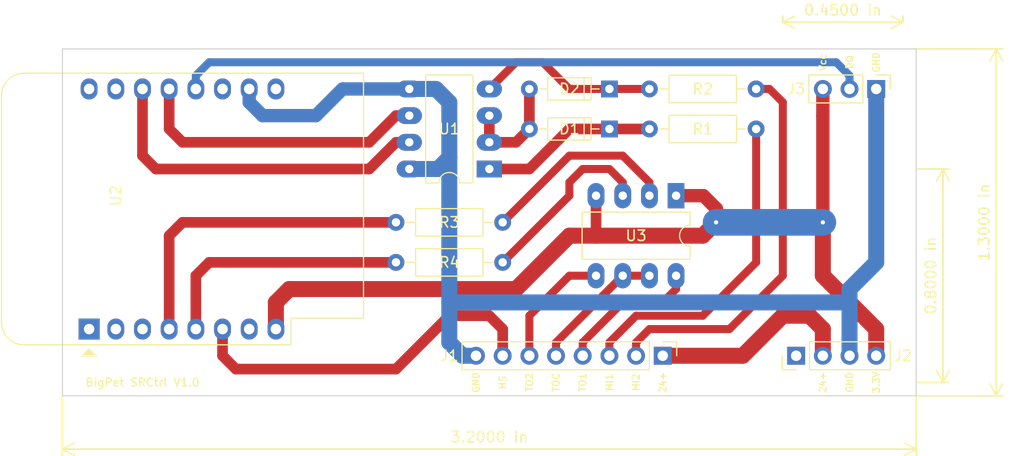
<source format=kicad_pcb>
(kicad_pcb (version 20171130) (host pcbnew "(5.1.0)-1")

  (general
    (thickness 1.6)
    (drawings 23)
    (tracks 117)
    (zones 0)
    (modules 12)
    (nets 20)
  )

  (page A4)
  (layers
    (0 F.Cu signal)
    (31 B.Cu signal)
    (32 B.Adhes user)
    (33 F.Adhes user)
    (34 B.Paste user)
    (35 F.Paste user)
    (36 B.SilkS user)
    (37 F.SilkS user)
    (38 B.Mask user)
    (39 F.Mask user)
    (40 Dwgs.User user)
    (41 Cmts.User user)
    (42 Eco1.User user)
    (43 Eco2.User user)
    (44 Edge.Cuts user)
    (45 Margin user)
    (46 B.CrtYd user)
    (47 F.CrtYd user)
    (48 B.Fab user)
    (49 F.Fab user)
  )

  (setup
    (last_trace_width 0.762)
    (user_trace_width 0.254)
    (user_trace_width 0.508)
    (user_trace_width 0.762)
    (user_trace_width 1.016)
    (user_trace_width 1.27)
    (user_trace_width 1.524)
    (user_trace_width 2.032)
    (user_trace_width 2.54)
    (user_trace_width 3.81)
    (user_trace_width 5.08)
    (trace_clearance 0.25)
    (zone_clearance 0.508)
    (zone_45_only no)
    (trace_min 0.2)
    (via_size 0.8)
    (via_drill 0.4)
    (via_min_size 0.4)
    (via_min_drill 0.3)
    (uvia_size 0.3)
    (uvia_drill 0.1)
    (uvias_allowed no)
    (uvia_min_size 0.2)
    (uvia_min_drill 0.1)
    (edge_width 0.1)
    (segment_width 0.2)
    (pcb_text_width 0.3)
    (pcb_text_size 1.5 1.5)
    (mod_edge_width 0.15)
    (mod_text_size 1 1)
    (mod_text_width 0.15)
    (pad_size 1.524 1.524)
    (pad_drill 0.762)
    (pad_to_mask_clearance 0)
    (aux_axis_origin 0 0)
    (visible_elements 7FFFFFFF)
    (pcbplotparams
      (layerselection 0x010fc_ffffffff)
      (usegerberextensions false)
      (usegerberattributes false)
      (usegerberadvancedattributes false)
      (creategerberjobfile false)
      (excludeedgelayer true)
      (linewidth 0.100000)
      (plotframeref false)
      (viasonmask false)
      (mode 1)
      (useauxorigin false)
      (hpglpennumber 1)
      (hpglpenspeed 20)
      (hpglpendiameter 15.000000)
      (psnegative false)
      (psa4output false)
      (plotreference true)
      (plotvalue true)
      (plotinvisibletext false)
      (padsonsilk false)
      (subtractmaskfromsilk false)
      (outputformat 1)
      (mirror false)
      (drillshape 1)
      (scaleselection 1)
      (outputdirectory ""))
  )

  (net 0 "")
  (net 1 "Net-(D1-Pad2)")
  (net 2 "Net-(D1-Pad1)")
  (net 3 "Net-(D2-Pad1)")
  (net 4 GND)
  (net 5 /HallSensorIn)
  (net 6 /TasterOut2)
  (net 7 /TasterOutCom)
  (net 8 /TasterOut1)
  (net 9 /MotorIn2)
  (net 10 /MotorIn1)
  (net 11 +24V)
  (net 12 VCC)
  (net 13 /DQ)
  (net 14 "Net-(R3-Pad2)")
  (net 15 /Taster1)
  (net 16 /Taster2)
  (net 17 "Net-(R4-Pad2)")
  (net 18 /Motor1)
  (net 19 /Motor2)

  (net_class Default "Dies ist die voreingestellte Netzklasse."
    (clearance 0.25)
    (trace_width 0.25)
    (via_dia 0.8)
    (via_drill 0.4)
    (uvia_dia 0.3)
    (uvia_drill 0.1)
    (add_net +24V)
    (add_net /DQ)
    (add_net /HallSensorIn)
    (add_net /Motor1)
    (add_net /Motor2)
    (add_net /MotorIn1)
    (add_net /MotorIn2)
    (add_net /Taster1)
    (add_net /Taster2)
    (add_net /TasterOut1)
    (add_net /TasterOut2)
    (add_net /TasterOutCom)
    (add_net GND)
    (add_net "Net-(D1-Pad1)")
    (add_net "Net-(D1-Pad2)")
    (add_net "Net-(D2-Pad1)")
    (add_net "Net-(R3-Pad2)")
    (add_net "Net-(R4-Pad2)")
    (add_net VCC)
  )

  (module Housings_DIP:DIP-8_W7.62mm_LongPads (layer F.Cu) (tedit 59C78D6B) (tstamp 5CFED030)
    (at 149.86 39.37 270)
    (descr "8-lead though-hole mounted DIP package, row spacing 7.62 mm (300 mils), LongPads")
    (tags "THT DIP DIL PDIP 2.54mm 7.62mm 300mil LongPads")
    (path /5C9A528C)
    (fp_text reference U3 (at 3.81 3.81) (layer F.SilkS)
      (effects (font (size 1 1) (thickness 0.15)))
    )
    (fp_text value TLP504A (at 3.81 9.95 270) (layer F.Fab)
      (effects (font (size 1 1) (thickness 0.15)))
    )
    (fp_arc (start 3.81 -1.33) (end 2.81 -1.33) (angle -180) (layer F.SilkS) (width 0.12))
    (fp_line (start 1.635 -1.27) (end 6.985 -1.27) (layer F.Fab) (width 0.1))
    (fp_line (start 6.985 -1.27) (end 6.985 8.89) (layer F.Fab) (width 0.1))
    (fp_line (start 6.985 8.89) (end 0.635 8.89) (layer F.Fab) (width 0.1))
    (fp_line (start 0.635 8.89) (end 0.635 -0.27) (layer F.Fab) (width 0.1))
    (fp_line (start 0.635 -0.27) (end 1.635 -1.27) (layer F.Fab) (width 0.1))
    (fp_line (start 2.81 -1.33) (end 1.56 -1.33) (layer F.SilkS) (width 0.12))
    (fp_line (start 1.56 -1.33) (end 1.56 8.95) (layer F.SilkS) (width 0.12))
    (fp_line (start 1.56 8.95) (end 6.06 8.95) (layer F.SilkS) (width 0.12))
    (fp_line (start 6.06 8.95) (end 6.06 -1.33) (layer F.SilkS) (width 0.12))
    (fp_line (start 6.06 -1.33) (end 4.81 -1.33) (layer F.SilkS) (width 0.12))
    (fp_line (start -1.45 -1.55) (end -1.45 9.15) (layer F.CrtYd) (width 0.05))
    (fp_line (start -1.45 9.15) (end 9.1 9.15) (layer F.CrtYd) (width 0.05))
    (fp_line (start 9.1 9.15) (end 9.1 -1.55) (layer F.CrtYd) (width 0.05))
    (fp_line (start 9.1 -1.55) (end -1.45 -1.55) (layer F.CrtYd) (width 0.05))
    (fp_text user %R (at 3.81 6.35 270) (layer F.Fab)
      (effects (font (size 1 1) (thickness 0.15)))
    )
    (pad 1 thru_hole rect (at 0 0 270) (size 2.4 1.6) (drill 0.8) (layers *.Cu *.Mask)
      (net 12 VCC))
    (pad 5 thru_hole oval (at 7.62 7.62 270) (size 2.4 1.6) (drill 0.8) (layers *.Cu *.Mask)
      (net 6 /TasterOut2))
    (pad 2 thru_hole oval (at 0 2.54 270) (size 2.4 1.6) (drill 0.8) (layers *.Cu *.Mask)
      (net 14 "Net-(R3-Pad2)"))
    (pad 6 thru_hole oval (at 7.62 5.08 270) (size 2.4 1.6) (drill 0.8) (layers *.Cu *.Mask)
      (net 7 /TasterOutCom))
    (pad 3 thru_hole oval (at 0 5.08 270) (size 2.4 1.6) (drill 0.8) (layers *.Cu *.Mask)
      (net 17 "Net-(R4-Pad2)"))
    (pad 7 thru_hole oval (at 7.62 2.54 270) (size 2.4 1.6) (drill 0.8) (layers *.Cu *.Mask)
      (net 7 /TasterOutCom))
    (pad 4 thru_hole oval (at 0 7.62 270) (size 2.4 1.6) (drill 0.8) (layers *.Cu *.Mask)
      (net 12 VCC))
    (pad 8 thru_hole oval (at 7.62 0 270) (size 2.4 1.6) (drill 0.8) (layers *.Cu *.Mask)
      (net 8 /TasterOut1))
    (model ${KISYS3DMOD}/Housings_DIP.3dshapes/DIP-8_W7.62mm.wrl
      (at (xyz 0 0 0))
      (scale (xyz 1 1 1))
      (rotate (xyz 0 0 0))
    )
  )

  (module Resistors_ThroughHole:R_Axial_DIN0207_L6.3mm_D2.5mm_P10.16mm_Horizontal (layer F.Cu) (tedit 5874F706) (tstamp 5CFE5D49)
    (at 123.19 45.72)
    (descr "Resistor, Axial_DIN0207 series, Axial, Horizontal, pin pitch=10.16mm, 0.25W = 1/4W, length*diameter=6.3*2.5mm^2, http://cdn-reichelt.de/documents/datenblatt/B400/1_4W%23YAG.pdf")
    (tags "Resistor Axial_DIN0207 series Axial Horizontal pin pitch 10.16mm 0.25W = 1/4W length 6.3mm diameter 2.5mm")
    (path /5C9AF440)
    (fp_text reference R4 (at 5.08 0) (layer F.SilkS)
      (effects (font (size 1 1) (thickness 0.15)))
    )
    (fp_text value 560 (at 5.08 2.54) (layer F.Fab)
      (effects (font (size 1 1) (thickness 0.15)))
    )
    (fp_line (start 1.93 -1.25) (end 1.93 1.25) (layer F.Fab) (width 0.1))
    (fp_line (start 1.93 1.25) (end 8.23 1.25) (layer F.Fab) (width 0.1))
    (fp_line (start 8.23 1.25) (end 8.23 -1.25) (layer F.Fab) (width 0.1))
    (fp_line (start 8.23 -1.25) (end 1.93 -1.25) (layer F.Fab) (width 0.1))
    (fp_line (start 0 0) (end 1.93 0) (layer F.Fab) (width 0.1))
    (fp_line (start 10.16 0) (end 8.23 0) (layer F.Fab) (width 0.1))
    (fp_line (start 1.87 -1.31) (end 1.87 1.31) (layer F.SilkS) (width 0.12))
    (fp_line (start 1.87 1.31) (end 8.29 1.31) (layer F.SilkS) (width 0.12))
    (fp_line (start 8.29 1.31) (end 8.29 -1.31) (layer F.SilkS) (width 0.12))
    (fp_line (start 8.29 -1.31) (end 1.87 -1.31) (layer F.SilkS) (width 0.12))
    (fp_line (start 0.98 0) (end 1.87 0) (layer F.SilkS) (width 0.12))
    (fp_line (start 9.18 0) (end 8.29 0) (layer F.SilkS) (width 0.12))
    (fp_line (start -1.05 -1.6) (end -1.05 1.6) (layer F.CrtYd) (width 0.05))
    (fp_line (start -1.05 1.6) (end 11.25 1.6) (layer F.CrtYd) (width 0.05))
    (fp_line (start 11.25 1.6) (end 11.25 -1.6) (layer F.CrtYd) (width 0.05))
    (fp_line (start 11.25 -1.6) (end -1.05 -1.6) (layer F.CrtYd) (width 0.05))
    (pad 1 thru_hole circle (at 0 0) (size 1.6 1.6) (drill 0.8) (layers *.Cu *.Mask)
      (net 16 /Taster2))
    (pad 2 thru_hole oval (at 10.16 0) (size 1.6 1.6) (drill 0.8) (layers *.Cu *.Mask)
      (net 17 "Net-(R4-Pad2)"))
    (model ${KISYS3DMOD}/Resistors_THT.3dshapes/R_Axial_DIN0207_L6.3mm_D2.5mm_P10.16mm_Horizontal.wrl
      (at (xyz 0 0 0))
      (scale (xyz 0.393701 0.393701 0.393701))
      (rotate (xyz 0 0 0))
    )
  )

  (module Module:WEMOS_D1_mini_light (layer F.Cu) (tedit 5BBFB1CE) (tstamp 5CFE5DA8)
    (at 93.98 52.07 90)
    (descr "16-pin module, column spacing 22.86 mm (900 mils), https://wiki.wemos.cc/products:d1:d1_mini, https://c1.staticflickr.com/1/734/31400410271_f278b087db_z.jpg")
    (tags "ESP8266 WiFi microcontroller")
    (path /5C9AA4E6)
    (fp_text reference U2 (at 12.7 2.54 90) (layer F.SilkS)
      (effects (font (size 1 1) (thickness 0.15)))
    )
    (fp_text value WeMos_D1_mini (at 11.7 0 90) (layer F.Fab)
      (effects (font (size 1 1) (thickness 0.15)))
    )
    (fp_line (start 1.04 26.12) (end 24.36 26.12) (layer F.SilkS) (width 0.12))
    (fp_line (start -1.5 19.22) (end -1.5 -6.21) (layer F.SilkS) (width 0.12))
    (fp_line (start 24.36 26.12) (end 24.36 -6.21) (layer F.SilkS) (width 0.12))
    (fp_line (start 22.24 -8.34) (end 0.63 -8.34) (layer F.SilkS) (width 0.12))
    (fp_line (start 1.17 25.99) (end 24.23 25.99) (layer F.Fab) (width 0.1))
    (fp_line (start 24.23 25.99) (end 24.23 -6.21) (layer F.Fab) (width 0.1))
    (fp_line (start 22.23 -8.21) (end 0.63 -8.21) (layer F.Fab) (width 0.1))
    (fp_line (start -1.37 1) (end -1.37 19.09) (layer F.Fab) (width 0.1))
    (fp_line (start -1.62 -8.46) (end 24.48 -8.46) (layer F.CrtYd) (width 0.05))
    (fp_line (start 24.48 -8.41) (end 24.48 26.24) (layer F.CrtYd) (width 0.05))
    (fp_line (start 24.48 26.24) (end -1.62 26.24) (layer F.CrtYd) (width 0.05))
    (fp_line (start -1.62 26.24) (end -1.62 -8.46) (layer F.CrtYd) (width 0.05))
    (fp_poly (pts (xy -2.54 -0.635) (xy -2.54 0.635) (xy -1.905 0)) (layer F.SilkS) (width 0.15))
    (fp_line (start -1.35 -1.4) (end 24.25 -1.4) (layer Dwgs.User) (width 0.1))
    (fp_line (start 24.25 -1.4) (end 24.25 -8.2) (layer Dwgs.User) (width 0.1))
    (fp_line (start 24.25 -8.2) (end -1.35 -8.2) (layer Dwgs.User) (width 0.1))
    (fp_line (start -1.35 -8.2) (end -1.35 -1.4) (layer Dwgs.User) (width 0.1))
    (fp_line (start -1.35 -1.4) (end 5.45 -8.2) (layer Dwgs.User) (width 0.1))
    (fp_line (start 0.65 -1.4) (end 7.45 -8.2) (layer Dwgs.User) (width 0.1))
    (fp_line (start 2.65 -1.4) (end 9.45 -8.2) (layer Dwgs.User) (width 0.1))
    (fp_line (start 4.65 -1.4) (end 11.45 -8.2) (layer Dwgs.User) (width 0.1))
    (fp_line (start 6.65 -1.4) (end 13.45 -8.2) (layer Dwgs.User) (width 0.1))
    (fp_line (start 8.65 -1.4) (end 15.45 -8.2) (layer Dwgs.User) (width 0.1))
    (fp_line (start 10.65 -1.4) (end 17.45 -8.2) (layer Dwgs.User) (width 0.1))
    (fp_line (start 12.65 -1.4) (end 19.45 -8.2) (layer Dwgs.User) (width 0.1))
    (fp_line (start 14.65 -1.4) (end 21.45 -8.2) (layer Dwgs.User) (width 0.1))
    (fp_line (start 16.65 -1.4) (end 23.45 -8.2) (layer Dwgs.User) (width 0.1))
    (fp_line (start 18.65 -1.4) (end 24.25 -7) (layer Dwgs.User) (width 0.1))
    (fp_line (start 20.65 -1.4) (end 24.25 -5) (layer Dwgs.User) (width 0.1))
    (fp_line (start 22.65 -1.4) (end 24.25 -3) (layer Dwgs.User) (width 0.1))
    (fp_line (start -1.35 -3.4) (end 3.45 -8.2) (layer Dwgs.User) (width 0.1))
    (fp_line (start -1.3 -5.45) (end 1.45 -8.2) (layer Dwgs.User) (width 0.1))
    (fp_line (start -1.35 -7.4) (end -0.55 -8.2) (layer Dwgs.User) (width 0.1))
    (fp_line (start -1.37 19.09) (end 1.17 19.09) (layer F.Fab) (width 0.1))
    (fp_line (start 1.17 19.09) (end 1.17 25.99) (layer F.Fab) (width 0.1))
    (fp_line (start -1.37 -6.21) (end -1.37 -1) (layer F.Fab) (width 0.1))
    (fp_line (start -1.37 1) (end -0.37 0) (layer F.Fab) (width 0.1))
    (fp_line (start -0.37 0) (end -1.37 -1) (layer F.Fab) (width 0.1))
    (fp_arc (start 0.63 -6.21) (end 0.63 -8.21) (angle -90) (layer F.Fab) (width 0.1))
    (fp_arc (start 22.23 -6.21) (end 24.23 -6.19) (angle -90) (layer F.Fab) (width 0.1))
    (fp_line (start -1.5 19.22) (end 1.04 19.22) (layer F.SilkS) (width 0.12))
    (fp_line (start 1.04 19.22) (end 1.04 26.12) (layer F.SilkS) (width 0.12))
    (fp_arc (start 0.63 -6.21) (end 0.63 -8.34) (angle -90) (layer F.SilkS) (width 0.12))
    (fp_arc (start 22.23 -6.21) (end 24.36 -6.21) (angle -90) (layer F.SilkS) (width 0.12))
    (fp_text user "KEEP OUT" (at 11.43 -6.35 90) (layer Cmts.User)
      (effects (font (size 1 1) (thickness 0.15)))
    )
    (fp_text user "No copper" (at 11.43 -3.81 90) (layer Cmts.User)
      (effects (font (size 1 1) (thickness 0.15)))
    )
    (pad 2 thru_hole oval (at 0 2.54 90) (size 2 1.6) (drill 1) (layers *.Cu *.Mask))
    (pad 1 thru_hole rect (at 0 0 90) (size 2 2) (drill 1) (layers *.Cu *.Mask))
    (pad 3 thru_hole oval (at 0 5.08 90) (size 2 1.6) (drill 1) (layers *.Cu *.Mask))
    (pad 4 thru_hole oval (at 0 7.62 90) (size 2 1.6) (drill 1) (layers *.Cu *.Mask)
      (net 15 /Taster1))
    (pad 5 thru_hole oval (at 0 10.16 90) (size 2 1.6) (drill 1) (layers *.Cu *.Mask)
      (net 16 /Taster2))
    (pad 6 thru_hole oval (at 0 12.7 90) (size 2 1.6) (drill 1) (layers *.Cu *.Mask)
      (net 5 /HallSensorIn))
    (pad 7 thru_hole oval (at 0 15.24 90) (size 2 1.6) (drill 1) (layers *.Cu *.Mask))
    (pad 8 thru_hole oval (at 0 17.78 90) (size 2 1.6) (drill 1) (layers *.Cu *.Mask)
      (net 12 VCC))
    (pad 9 thru_hole oval (at 22.86 17.78 90) (size 2 1.6) (drill 1) (layers *.Cu *.Mask))
    (pad 10 thru_hole oval (at 22.86 15.24 90) (size 2 1.6) (drill 1) (layers *.Cu *.Mask)
      (net 4 GND))
    (pad 11 thru_hole oval (at 22.86 12.7 90) (size 2 1.6) (drill 1) (layers *.Cu *.Mask))
    (pad 12 thru_hole oval (at 22.86 10.16 90) (size 2 1.6) (drill 1) (layers *.Cu *.Mask)
      (net 13 /DQ))
    (pad 13 thru_hole oval (at 22.86 7.62 90) (size 2 1.6) (drill 1) (layers *.Cu *.Mask)
      (net 19 /Motor2))
    (pad 14 thru_hole oval (at 22.86 5.08 90) (size 2 1.6) (drill 1) (layers *.Cu *.Mask)
      (net 18 /Motor1))
    (pad 15 thru_hole oval (at 22.86 2.54 90) (size 2 1.6) (drill 1) (layers *.Cu *.Mask))
    (pad 16 thru_hole oval (at 22.86 0 90) (size 2 1.6) (drill 1) (layers *.Cu *.Mask))
    (model ${KISYS3DMOD}/Module.3dshapes/WEMOS_D1_mini_light.wrl
      (at (xyz 0 0 0))
      (scale (xyz 1 1 1))
      (rotate (xyz 0 0 0))
    )
    (model ${KISYS3DMOD}/Connector_PinHeader_2.54mm.3dshapes/PinHeader_1x08_P2.54mm_Vertical.wrl
      (offset (xyz 0 0 9.5))
      (scale (xyz 1 1 1))
      (rotate (xyz 0 -180 0))
    )
    (model ${KISYS3DMOD}/Connector_PinHeader_2.54mm.3dshapes/PinHeader_1x08_P2.54mm_Vertical.wrl
      (offset (xyz 22.86 0 9.5))
      (scale (xyz 1 1 1))
      (rotate (xyz 0 -180 0))
    )
    (model ${KISYS3DMOD}/Connector_PinSocket_2.54mm.3dshapes/PinSocket_1x08_P2.54mm_Vertical.wrl
      (at (xyz 0 0 0))
      (scale (xyz 1 1 1))
      (rotate (xyz 0 0 0))
    )
    (model ${KISYS3DMOD}/Connector_PinSocket_2.54mm.3dshapes/PinSocket_1x08_P2.54mm_Vertical.wrl
      (offset (xyz 22.86 0 0))
      (scale (xyz 1 1 1))
      (rotate (xyz 0 0 0))
    )
  )

  (module Pin_Headers:Pin_Header_Straight_1x08_Pitch2.54mm (layer F.Cu) (tedit 59650532) (tstamp 5CFF4603)
    (at 148.59 54.61 270)
    (descr "Through hole straight pin header, 1x08, 2.54mm pitch, single row")
    (tags "Through hole pin header THT 1x08 2.54mm single row")
    (path /5CF996DA)
    (fp_text reference J1 (at 0 20.32) (layer F.SilkS)
      (effects (font (size 1 1) (thickness 0.15)))
    )
    (fp_text value "from GW60" (at 5.08 8.89) (layer F.Fab)
      (effects (font (size 1 1) (thickness 0.15)))
    )
    (fp_text user %R (at 0 8.89) (layer F.Fab)
      (effects (font (size 1 1) (thickness 0.15)))
    )
    (fp_line (start 1.8 -1.8) (end -1.8 -1.8) (layer F.CrtYd) (width 0.05))
    (fp_line (start 1.8 19.55) (end 1.8 -1.8) (layer F.CrtYd) (width 0.05))
    (fp_line (start -1.8 19.55) (end 1.8 19.55) (layer F.CrtYd) (width 0.05))
    (fp_line (start -1.8 -1.8) (end -1.8 19.55) (layer F.CrtYd) (width 0.05))
    (fp_line (start -1.33 -1.33) (end 0 -1.33) (layer F.SilkS) (width 0.12))
    (fp_line (start -1.33 0) (end -1.33 -1.33) (layer F.SilkS) (width 0.12))
    (fp_line (start -1.33 1.27) (end 1.33 1.27) (layer F.SilkS) (width 0.12))
    (fp_line (start 1.33 1.27) (end 1.33 19.11) (layer F.SilkS) (width 0.12))
    (fp_line (start -1.33 1.27) (end -1.33 19.11) (layer F.SilkS) (width 0.12))
    (fp_line (start -1.33 19.11) (end 1.33 19.11) (layer F.SilkS) (width 0.12))
    (fp_line (start -1.27 -0.635) (end -0.635 -1.27) (layer F.Fab) (width 0.1))
    (fp_line (start -1.27 19.05) (end -1.27 -0.635) (layer F.Fab) (width 0.1))
    (fp_line (start 1.27 19.05) (end -1.27 19.05) (layer F.Fab) (width 0.1))
    (fp_line (start 1.27 -1.27) (end 1.27 19.05) (layer F.Fab) (width 0.1))
    (fp_line (start -0.635 -1.27) (end 1.27 -1.27) (layer F.Fab) (width 0.1))
    (pad 8 thru_hole oval (at 0 17.78 270) (size 1.7 1.7) (drill 1) (layers *.Cu *.Mask)
      (net 4 GND))
    (pad 7 thru_hole oval (at 0 15.24 270) (size 1.7 1.7) (drill 1) (layers *.Cu *.Mask)
      (net 5 /HallSensorIn))
    (pad 6 thru_hole oval (at 0 12.7 270) (size 1.7 1.7) (drill 1) (layers *.Cu *.Mask)
      (net 6 /TasterOut2))
    (pad 5 thru_hole oval (at 0 10.16 270) (size 1.7 1.7) (drill 1) (layers *.Cu *.Mask)
      (net 7 /TasterOutCom))
    (pad 4 thru_hole oval (at 0 7.62 270) (size 1.7 1.7) (drill 1) (layers *.Cu *.Mask)
      (net 8 /TasterOut1))
    (pad 3 thru_hole oval (at 0 5.08 270) (size 1.7 1.7) (drill 1) (layers *.Cu *.Mask)
      (net 10 /MotorIn1))
    (pad 2 thru_hole oval (at 0 2.54 270) (size 1.7 1.7) (drill 1) (layers *.Cu *.Mask)
      (net 9 /MotorIn2))
    (pad 1 thru_hole rect (at 0 0 270) (size 1.7 1.7) (drill 1) (layers *.Cu *.Mask)
      (net 11 +24V))
    (model ${KISYS3DMOD}/Pin_Headers.3dshapes/Pin_Header_Straight_1x08_Pitch2.54mm.wrl
      (at (xyz 0 0 0))
      (scale (xyz 1 1 1))
      (rotate (xyz 0 0 0))
    )
  )

  (module Housings_DIP:DIP-8_W7.62mm_LongPads (layer F.Cu) (tedit 59C78D6B) (tstamp 5CFE5D65)
    (at 132.08 36.83 180)
    (descr "8-lead though-hole mounted DIP package, row spacing 7.62 mm (300 mils), LongPads")
    (tags "THT DIP DIL PDIP 2.54mm 7.62mm 300mil LongPads")
    (path /5C9A21C0)
    (fp_text reference U1 (at 3.81 3.81 180) (layer F.SilkS)
      (effects (font (size 1 1) (thickness 0.15)))
    )
    (fp_text value TLP504A (at 5.08 3.81 270) (layer F.Fab)
      (effects (font (size 1 1) (thickness 0.15)))
    )
    (fp_text user %R (at 2.54 7.62 270) (layer F.Fab)
      (effects (font (size 1 1) (thickness 0.15)))
    )
    (fp_line (start 9.1 -1.55) (end -1.45 -1.55) (layer F.CrtYd) (width 0.05))
    (fp_line (start 9.1 9.15) (end 9.1 -1.55) (layer F.CrtYd) (width 0.05))
    (fp_line (start -1.45 9.15) (end 9.1 9.15) (layer F.CrtYd) (width 0.05))
    (fp_line (start -1.45 -1.55) (end -1.45 9.15) (layer F.CrtYd) (width 0.05))
    (fp_line (start 6.06 -1.33) (end 4.81 -1.33) (layer F.SilkS) (width 0.12))
    (fp_line (start 6.06 8.95) (end 6.06 -1.33) (layer F.SilkS) (width 0.12))
    (fp_line (start 1.56 8.95) (end 6.06 8.95) (layer F.SilkS) (width 0.12))
    (fp_line (start 1.56 -1.33) (end 1.56 8.95) (layer F.SilkS) (width 0.12))
    (fp_line (start 2.81 -1.33) (end 1.56 -1.33) (layer F.SilkS) (width 0.12))
    (fp_line (start 0.635 -0.27) (end 1.635 -1.27) (layer F.Fab) (width 0.1))
    (fp_line (start 0.635 8.89) (end 0.635 -0.27) (layer F.Fab) (width 0.1))
    (fp_line (start 6.985 8.89) (end 0.635 8.89) (layer F.Fab) (width 0.1))
    (fp_line (start 6.985 -1.27) (end 6.985 8.89) (layer F.Fab) (width 0.1))
    (fp_line (start 1.635 -1.27) (end 6.985 -1.27) (layer F.Fab) (width 0.1))
    (fp_arc (start 3.81 -1.33) (end 2.81 -1.33) (angle -180) (layer F.SilkS) (width 0.12))
    (pad 8 thru_hole oval (at 7.62 0 180) (size 2.4 1.6) (drill 0.8) (layers *.Cu *.Mask)
      (net 4 GND))
    (pad 4 thru_hole oval (at 0 7.62 180) (size 2.4 1.6) (drill 0.8) (layers *.Cu *.Mask)
      (net 3 "Net-(D2-Pad1)"))
    (pad 7 thru_hole oval (at 7.62 2.54 180) (size 2.4 1.6) (drill 0.8) (layers *.Cu *.Mask)
      (net 18 /Motor1))
    (pad 3 thru_hole oval (at 0 5.08 180) (size 2.4 1.6) (drill 0.8) (layers *.Cu *.Mask)
      (net 1 "Net-(D1-Pad2)"))
    (pad 6 thru_hole oval (at 7.62 5.08 180) (size 2.4 1.6) (drill 0.8) (layers *.Cu *.Mask)
      (net 19 /Motor2))
    (pad 2 thru_hole oval (at 0 2.54 180) (size 2.4 1.6) (drill 0.8) (layers *.Cu *.Mask)
      (net 1 "Net-(D1-Pad2)"))
    (pad 5 thru_hole oval (at 7.62 7.62 180) (size 2.4 1.6) (drill 0.8) (layers *.Cu *.Mask)
      (net 4 GND))
    (pad 1 thru_hole rect (at 0 0 180) (size 2.4 1.6) (drill 0.8) (layers *.Cu *.Mask)
      (net 2 "Net-(D1-Pad1)"))
    (model ${KISYS3DMOD}/Housings_DIP.3dshapes/DIP-8_W7.62mm.wrl
      (at (xyz 0 0 0))
      (scale (xyz 1 1 1))
      (rotate (xyz 0 0 0))
    )
  )

  (module Diodes_ThroughHole:D_DO-35_SOD27_P7.62mm_Horizontal (layer F.Cu) (tedit 5921392F) (tstamp 5CFE5C8B)
    (at 143.51 33.02 180)
    (descr "D, DO-35_SOD27 series, Axial, Horizontal, pin pitch=7.62mm, , length*diameter=4*2mm^2, , http://www.diodes.com/_files/packages/DO-35.pdf")
    (tags "D DO-35_SOD27 series Axial Horizontal pin pitch 7.62mm  length 4mm diameter 2mm")
    (path /5C99D8AD)
    (fp_text reference D1 (at 3.81 0 180) (layer F.SilkS)
      (effects (font (size 1 1) (thickness 0.15)))
    )
    (fp_text value BAT41 (at 0 -2.54 180) (layer F.Fab)
      (effects (font (size 1 1) (thickness 0.15)))
    )
    (fp_line (start 8.7 -1.35) (end -1.05 -1.35) (layer F.CrtYd) (width 0.05))
    (fp_line (start 8.7 1.35) (end 8.7 -1.35) (layer F.CrtYd) (width 0.05))
    (fp_line (start -1.05 1.35) (end 8.7 1.35) (layer F.CrtYd) (width 0.05))
    (fp_line (start -1.05 -1.35) (end -1.05 1.35) (layer F.CrtYd) (width 0.05))
    (fp_line (start 2.41 -1.06) (end 2.41 1.06) (layer F.SilkS) (width 0.12))
    (fp_line (start 6.64 0) (end 5.87 0) (layer F.SilkS) (width 0.12))
    (fp_line (start 0.98 0) (end 1.75 0) (layer F.SilkS) (width 0.12))
    (fp_line (start 5.87 -1.06) (end 1.75 -1.06) (layer F.SilkS) (width 0.12))
    (fp_line (start 5.87 1.06) (end 5.87 -1.06) (layer F.SilkS) (width 0.12))
    (fp_line (start 1.75 1.06) (end 5.87 1.06) (layer F.SilkS) (width 0.12))
    (fp_line (start 1.75 -1.06) (end 1.75 1.06) (layer F.SilkS) (width 0.12))
    (fp_line (start 2.41 -1) (end 2.41 1) (layer F.Fab) (width 0.1))
    (fp_line (start 7.62 0) (end 5.81 0) (layer F.Fab) (width 0.1))
    (fp_line (start 0 0) (end 1.81 0) (layer F.Fab) (width 0.1))
    (fp_line (start 5.81 -1) (end 1.81 -1) (layer F.Fab) (width 0.1))
    (fp_line (start 5.81 1) (end 5.81 -1) (layer F.Fab) (width 0.1))
    (fp_line (start 1.81 1) (end 5.81 1) (layer F.Fab) (width 0.1))
    (fp_line (start 1.81 -1) (end 1.81 1) (layer F.Fab) (width 0.1))
    (fp_text user %R (at -1.905 0 180) (layer F.Fab)
      (effects (font (size 1 1) (thickness 0.15)))
    )
    (pad 2 thru_hole oval (at 7.62 0 180) (size 1.6 1.6) (drill 0.8) (layers *.Cu *.Mask)
      (net 1 "Net-(D1-Pad2)"))
    (pad 1 thru_hole rect (at 0 0 180) (size 1.6 1.6) (drill 0.8) (layers *.Cu *.Mask)
      (net 2 "Net-(D1-Pad1)"))
    (model ${KISYS3DMOD}/Diodes_THT.3dshapes/D_DO-35_SOD27_P7.62mm_Horizontal.wrl
      (at (xyz 0 0 0))
      (scale (xyz 0.393701 0.393701 0.393701))
      (rotate (xyz 0 0 0))
    )
  )

  (module Diodes_ThroughHole:D_DO-35_SOD27_P7.62mm_Horizontal (layer F.Cu) (tedit 5921392F) (tstamp 5CFE5CA4)
    (at 143.51 29.21 180)
    (descr "D, DO-35_SOD27 series, Axial, Horizontal, pin pitch=7.62mm, , length*diameter=4*2mm^2, , http://www.diodes.com/_files/packages/DO-35.pdf")
    (tags "D DO-35_SOD27 series Axial Horizontal pin pitch 7.62mm  length 4mm diameter 2mm")
    (path /5C99EBB6)
    (fp_text reference D2 (at 3.81 0 180) (layer F.SilkS)
      (effects (font (size 1 1) (thickness 0.15)))
    )
    (fp_text value BAT41 (at 2.54 2.54 180) (layer F.Fab)
      (effects (font (size 1 1) (thickness 0.15)))
    )
    (fp_text user %R (at -1.905 0 180) (layer F.Fab)
      (effects (font (size 1 1) (thickness 0.15)))
    )
    (fp_line (start 1.81 -1) (end 1.81 1) (layer F.Fab) (width 0.1))
    (fp_line (start 1.81 1) (end 5.81 1) (layer F.Fab) (width 0.1))
    (fp_line (start 5.81 1) (end 5.81 -1) (layer F.Fab) (width 0.1))
    (fp_line (start 5.81 -1) (end 1.81 -1) (layer F.Fab) (width 0.1))
    (fp_line (start 0 0) (end 1.81 0) (layer F.Fab) (width 0.1))
    (fp_line (start 7.62 0) (end 5.81 0) (layer F.Fab) (width 0.1))
    (fp_line (start 2.41 -1) (end 2.41 1) (layer F.Fab) (width 0.1))
    (fp_line (start 1.75 -1.06) (end 1.75 1.06) (layer F.SilkS) (width 0.12))
    (fp_line (start 1.75 1.06) (end 5.87 1.06) (layer F.SilkS) (width 0.12))
    (fp_line (start 5.87 1.06) (end 5.87 -1.06) (layer F.SilkS) (width 0.12))
    (fp_line (start 5.87 -1.06) (end 1.75 -1.06) (layer F.SilkS) (width 0.12))
    (fp_line (start 0.98 0) (end 1.75 0) (layer F.SilkS) (width 0.12))
    (fp_line (start 6.64 0) (end 5.87 0) (layer F.SilkS) (width 0.12))
    (fp_line (start 2.41 -1.06) (end 2.41 1.06) (layer F.SilkS) (width 0.12))
    (fp_line (start -1.05 -1.35) (end -1.05 1.35) (layer F.CrtYd) (width 0.05))
    (fp_line (start -1.05 1.35) (end 8.7 1.35) (layer F.CrtYd) (width 0.05))
    (fp_line (start 8.7 1.35) (end 8.7 -1.35) (layer F.CrtYd) (width 0.05))
    (fp_line (start 8.7 -1.35) (end -1.05 -1.35) (layer F.CrtYd) (width 0.05))
    (pad 1 thru_hole rect (at 0 0 180) (size 1.6 1.6) (drill 0.8) (layers *.Cu *.Mask)
      (net 3 "Net-(D2-Pad1)"))
    (pad 2 thru_hole oval (at 7.62 0 180) (size 1.6 1.6) (drill 0.8) (layers *.Cu *.Mask)
      (net 1 "Net-(D1-Pad2)"))
    (model ${KISYS3DMOD}/Diodes_THT.3dshapes/D_DO-35_SOD27_P7.62mm_Horizontal.wrl
      (at (xyz 0 0 0))
      (scale (xyz 0.393701 0.393701 0.393701))
      (rotate (xyz 0 0 0))
    )
  )

  (module Pin_Headers:Pin_Header_Straight_1x04_Pitch2.54mm (layer F.Cu) (tedit 59650532) (tstamp 5CFE5CD8)
    (at 161.29 54.61 90)
    (descr "Through hole straight pin header, 1x04, 2.54mm pitch, single row")
    (tags "Through hole pin header THT 1x04 2.54mm single row")
    (path /5CF9A639)
    (fp_text reference J2 (at 0 10.16 180) (layer F.SilkS)
      (effects (font (size 1 1) (thickness 0.15)))
    )
    (fp_text value "Step-Down 24V to 3.3V" (at -6.35 3.81 180) (layer F.Fab)
      (effects (font (size 1 1) (thickness 0.15)))
    )
    (fp_text user %R (at 0 3.81 180) (layer F.Fab)
      (effects (font (size 1 1) (thickness 0.15)))
    )
    (fp_line (start 1.8 -1.8) (end -1.8 -1.8) (layer F.CrtYd) (width 0.05))
    (fp_line (start 1.8 9.4) (end 1.8 -1.8) (layer F.CrtYd) (width 0.05))
    (fp_line (start -1.8 9.4) (end 1.8 9.4) (layer F.CrtYd) (width 0.05))
    (fp_line (start -1.8 -1.8) (end -1.8 9.4) (layer F.CrtYd) (width 0.05))
    (fp_line (start -1.33 -1.33) (end 0 -1.33) (layer F.SilkS) (width 0.12))
    (fp_line (start -1.33 0) (end -1.33 -1.33) (layer F.SilkS) (width 0.12))
    (fp_line (start -1.33 1.27) (end 1.33 1.27) (layer F.SilkS) (width 0.12))
    (fp_line (start 1.33 1.27) (end 1.33 8.95) (layer F.SilkS) (width 0.12))
    (fp_line (start -1.33 1.27) (end -1.33 8.95) (layer F.SilkS) (width 0.12))
    (fp_line (start -1.33 8.95) (end 1.33 8.95) (layer F.SilkS) (width 0.12))
    (fp_line (start -1.27 -0.635) (end -0.635 -1.27) (layer F.Fab) (width 0.1))
    (fp_line (start -1.27 8.89) (end -1.27 -0.635) (layer F.Fab) (width 0.1))
    (fp_line (start 1.27 8.89) (end -1.27 8.89) (layer F.Fab) (width 0.1))
    (fp_line (start 1.27 -1.27) (end 1.27 8.89) (layer F.Fab) (width 0.1))
    (fp_line (start -0.635 -1.27) (end 1.27 -1.27) (layer F.Fab) (width 0.1))
    (pad 4 thru_hole oval (at 0 7.62 90) (size 1.7 1.7) (drill 1) (layers *.Cu *.Mask)
      (net 12 VCC))
    (pad 3 thru_hole oval (at 0 5.08 90) (size 1.7 1.7) (drill 1) (layers *.Cu *.Mask)
      (net 4 GND))
    (pad 2 thru_hole oval (at 0 2.54 90) (size 1.7 1.7) (drill 1) (layers *.Cu *.Mask)
      (net 11 +24V))
    (pad 1 thru_hole rect (at 0 0 90) (size 1.7 1.7) (drill 1) (layers *.Cu *.Mask))
    (model ${KISYS3DMOD}/Pin_Headers.3dshapes/Pin_Header_Straight_1x04_Pitch2.54mm.wrl
      (at (xyz 0 0 0))
      (scale (xyz 1 1 1))
      (rotate (xyz 0 0 0))
    )
  )

  (module Resistors_ThroughHole:R_Axial_DIN0207_L6.3mm_D2.5mm_P10.16mm_Horizontal (layer F.Cu) (tedit 5874F706) (tstamp 5CFE5D07)
    (at 147.32 33.02)
    (descr "Resistor, Axial_DIN0207 series, Axial, Horizontal, pin pitch=10.16mm, 0.25W = 1/4W, length*diameter=6.3*2.5mm^2, http://cdn-reichelt.de/documents/datenblatt/B400/1_4W%23YAG.pdf")
    (tags "Resistor Axial_DIN0207 series Axial Horizontal pin pitch 10.16mm 0.25W = 1/4W length 6.3mm diameter 2.5mm")
    (path /5C9A58FC)
    (fp_text reference R1 (at 5.08 0) (layer F.SilkS)
      (effects (font (size 1 1) (thickness 0.15)))
    )
    (fp_text value 2k2 (at 5.08 2.54) (layer F.Fab) hide
      (effects (font (size 1 1) (thickness 0.15)))
    )
    (fp_line (start 11.25 -1.6) (end -1.05 -1.6) (layer F.CrtYd) (width 0.05))
    (fp_line (start 11.25 1.6) (end 11.25 -1.6) (layer F.CrtYd) (width 0.05))
    (fp_line (start -1.05 1.6) (end 11.25 1.6) (layer F.CrtYd) (width 0.05))
    (fp_line (start -1.05 -1.6) (end -1.05 1.6) (layer F.CrtYd) (width 0.05))
    (fp_line (start 9.18 0) (end 8.29 0) (layer F.SilkS) (width 0.12))
    (fp_line (start 0.98 0) (end 1.87 0) (layer F.SilkS) (width 0.12))
    (fp_line (start 8.29 -1.31) (end 1.87 -1.31) (layer F.SilkS) (width 0.12))
    (fp_line (start 8.29 1.31) (end 8.29 -1.31) (layer F.SilkS) (width 0.12))
    (fp_line (start 1.87 1.31) (end 8.29 1.31) (layer F.SilkS) (width 0.12))
    (fp_line (start 1.87 -1.31) (end 1.87 1.31) (layer F.SilkS) (width 0.12))
    (fp_line (start 10.16 0) (end 8.23 0) (layer F.Fab) (width 0.1))
    (fp_line (start 0 0) (end 1.93 0) (layer F.Fab) (width 0.1))
    (fp_line (start 8.23 -1.25) (end 1.93 -1.25) (layer F.Fab) (width 0.1))
    (fp_line (start 8.23 1.25) (end 8.23 -1.25) (layer F.Fab) (width 0.1))
    (fp_line (start 1.93 1.25) (end 8.23 1.25) (layer F.Fab) (width 0.1))
    (fp_line (start 1.93 -1.25) (end 1.93 1.25) (layer F.Fab) (width 0.1))
    (pad 2 thru_hole oval (at 10.16 0) (size 1.6 1.6) (drill 0.8) (layers *.Cu *.Mask)
      (net 10 /MotorIn1))
    (pad 1 thru_hole circle (at 0 0) (size 1.6 1.6) (drill 0.8) (layers *.Cu *.Mask)
      (net 2 "Net-(D1-Pad1)"))
    (model ${KISYS3DMOD}/Resistors_THT.3dshapes/R_Axial_DIN0207_L6.3mm_D2.5mm_P10.16mm_Horizontal.wrl
      (at (xyz 0 0 0))
      (scale (xyz 0.393701 0.393701 0.393701))
      (rotate (xyz 0 0 0))
    )
  )

  (module Resistors_ThroughHole:R_Axial_DIN0207_L6.3mm_D2.5mm_P10.16mm_Horizontal (layer F.Cu) (tedit 5874F706) (tstamp 5CFE5D1D)
    (at 147.32 29.21)
    (descr "Resistor, Axial_DIN0207 series, Axial, Horizontal, pin pitch=10.16mm, 0.25W = 1/4W, length*diameter=6.3*2.5mm^2, http://cdn-reichelt.de/documents/datenblatt/B400/1_4W%23YAG.pdf")
    (tags "Resistor Axial_DIN0207 series Axial Horizontal pin pitch 10.16mm 0.25W = 1/4W length 6.3mm diameter 2.5mm")
    (path /5C9A5E30)
    (fp_text reference R2 (at 5.08 0) (layer F.SilkS)
      (effects (font (size 1 1) (thickness 0.15)))
    )
    (fp_text value 2k2 (at 5.08 -2.54) (layer F.Fab) hide
      (effects (font (size 1 1) (thickness 0.15)))
    )
    (fp_line (start 1.93 -1.25) (end 1.93 1.25) (layer F.Fab) (width 0.1))
    (fp_line (start 1.93 1.25) (end 8.23 1.25) (layer F.Fab) (width 0.1))
    (fp_line (start 8.23 1.25) (end 8.23 -1.25) (layer F.Fab) (width 0.1))
    (fp_line (start 8.23 -1.25) (end 1.93 -1.25) (layer F.Fab) (width 0.1))
    (fp_line (start 0 0) (end 1.93 0) (layer F.Fab) (width 0.1))
    (fp_line (start 10.16 0) (end 8.23 0) (layer F.Fab) (width 0.1))
    (fp_line (start 1.87 -1.31) (end 1.87 1.31) (layer F.SilkS) (width 0.12))
    (fp_line (start 1.87 1.31) (end 8.29 1.31) (layer F.SilkS) (width 0.12))
    (fp_line (start 8.29 1.31) (end 8.29 -1.31) (layer F.SilkS) (width 0.12))
    (fp_line (start 8.29 -1.31) (end 1.87 -1.31) (layer F.SilkS) (width 0.12))
    (fp_line (start 0.98 0) (end 1.87 0) (layer F.SilkS) (width 0.12))
    (fp_line (start 9.18 0) (end 8.29 0) (layer F.SilkS) (width 0.12))
    (fp_line (start -1.05 -1.6) (end -1.05 1.6) (layer F.CrtYd) (width 0.05))
    (fp_line (start -1.05 1.6) (end 11.25 1.6) (layer F.CrtYd) (width 0.05))
    (fp_line (start 11.25 1.6) (end 11.25 -1.6) (layer F.CrtYd) (width 0.05))
    (fp_line (start 11.25 -1.6) (end -1.05 -1.6) (layer F.CrtYd) (width 0.05))
    (pad 1 thru_hole circle (at 0 0) (size 1.6 1.6) (drill 0.8) (layers *.Cu *.Mask)
      (net 3 "Net-(D2-Pad1)"))
    (pad 2 thru_hole oval (at 10.16 0) (size 1.6 1.6) (drill 0.8) (layers *.Cu *.Mask)
      (net 9 /MotorIn2))
    (model ${KISYS3DMOD}/Resistors_THT.3dshapes/R_Axial_DIN0207_L6.3mm_D2.5mm_P10.16mm_Horizontal.wrl
      (at (xyz 0 0 0))
      (scale (xyz 0.393701 0.393701 0.393701))
      (rotate (xyz 0 0 0))
    )
  )

  (module Resistors_ThroughHole:R_Axial_DIN0207_L6.3mm_D2.5mm_P10.16mm_Horizontal (layer F.Cu) (tedit 5874F706) (tstamp 5CFE5D33)
    (at 123.19 41.91)
    (descr "Resistor, Axial_DIN0207 series, Axial, Horizontal, pin pitch=10.16mm, 0.25W = 1/4W, length*diameter=6.3*2.5mm^2, http://cdn-reichelt.de/documents/datenblatt/B400/1_4W%23YAG.pdf")
    (tags "Resistor Axial_DIN0207 series Axial Horizontal pin pitch 10.16mm 0.25W = 1/4W length 6.3mm diameter 2.5mm")
    (path /5C9AEDEB)
    (fp_text reference R3 (at 5.08 0) (layer F.SilkS)
      (effects (font (size 1 1) (thickness 0.15)))
    )
    (fp_text value 560 (at 5.08 -2.54) (layer F.Fab)
      (effects (font (size 1 1) (thickness 0.15)))
    )
    (fp_line (start 11.25 -1.6) (end -1.05 -1.6) (layer F.CrtYd) (width 0.05))
    (fp_line (start 11.25 1.6) (end 11.25 -1.6) (layer F.CrtYd) (width 0.05))
    (fp_line (start -1.05 1.6) (end 11.25 1.6) (layer F.CrtYd) (width 0.05))
    (fp_line (start -1.05 -1.6) (end -1.05 1.6) (layer F.CrtYd) (width 0.05))
    (fp_line (start 9.18 0) (end 8.29 0) (layer F.SilkS) (width 0.12))
    (fp_line (start 0.98 0) (end 1.87 0) (layer F.SilkS) (width 0.12))
    (fp_line (start 8.29 -1.31) (end 1.87 -1.31) (layer F.SilkS) (width 0.12))
    (fp_line (start 8.29 1.31) (end 8.29 -1.31) (layer F.SilkS) (width 0.12))
    (fp_line (start 1.87 1.31) (end 8.29 1.31) (layer F.SilkS) (width 0.12))
    (fp_line (start 1.87 -1.31) (end 1.87 1.31) (layer F.SilkS) (width 0.12))
    (fp_line (start 10.16 0) (end 8.23 0) (layer F.Fab) (width 0.1))
    (fp_line (start 0 0) (end 1.93 0) (layer F.Fab) (width 0.1))
    (fp_line (start 8.23 -1.25) (end 1.93 -1.25) (layer F.Fab) (width 0.1))
    (fp_line (start 8.23 1.25) (end 8.23 -1.25) (layer F.Fab) (width 0.1))
    (fp_line (start 1.93 1.25) (end 8.23 1.25) (layer F.Fab) (width 0.1))
    (fp_line (start 1.93 -1.25) (end 1.93 1.25) (layer F.Fab) (width 0.1))
    (pad 2 thru_hole oval (at 10.16 0) (size 1.6 1.6) (drill 0.8) (layers *.Cu *.Mask)
      (net 14 "Net-(R3-Pad2)"))
    (pad 1 thru_hole circle (at 0 0) (size 1.6 1.6) (drill 0.8) (layers *.Cu *.Mask)
      (net 15 /Taster1))
    (model ${KISYS3DMOD}/Resistors_THT.3dshapes/R_Axial_DIN0207_L6.3mm_D2.5mm_P10.16mm_Horizontal.wrl
      (at (xyz 0 0 0))
      (scale (xyz 0.393701 0.393701 0.393701))
      (rotate (xyz 0 0 0))
    )
  )

  (module Pin_Headers:Pin_Header_Straight_1x03_Pitch2.54mm (layer F.Cu) (tedit 59650532) (tstamp 5CFE644B)
    (at 168.91 29.21 270)
    (descr "Through hole straight pin header, 1x03, 2.54mm pitch, single row")
    (tags "Through hole pin header THT 1x03 2.54mm single row")
    (path /5CFEDC44)
    (fp_text reference J3 (at 0 7.62) (layer F.SilkS)
      (effects (font (size 1 1) (thickness 0.15)))
    )
    (fp_text value DS18x20 (at -7.62 -8.89) (layer F.Fab)
      (effects (font (size 1 1) (thickness 0.15)))
    )
    (fp_text user %R (at 0 2.54) (layer F.Fab)
      (effects (font (size 1 1) (thickness 0.15)))
    )
    (fp_line (start 1.8 -1.8) (end -1.8 -1.8) (layer F.CrtYd) (width 0.05))
    (fp_line (start 1.8 6.85) (end 1.8 -1.8) (layer F.CrtYd) (width 0.05))
    (fp_line (start -1.8 6.85) (end 1.8 6.85) (layer F.CrtYd) (width 0.05))
    (fp_line (start -1.8 -1.8) (end -1.8 6.85) (layer F.CrtYd) (width 0.05))
    (fp_line (start -1.33 -1.33) (end 0 -1.33) (layer F.SilkS) (width 0.12))
    (fp_line (start -1.33 0) (end -1.33 -1.33) (layer F.SilkS) (width 0.12))
    (fp_line (start -1.33 1.27) (end 1.33 1.27) (layer F.SilkS) (width 0.12))
    (fp_line (start 1.33 1.27) (end 1.33 6.41) (layer F.SilkS) (width 0.12))
    (fp_line (start -1.33 1.27) (end -1.33 6.41) (layer F.SilkS) (width 0.12))
    (fp_line (start -1.33 6.41) (end 1.33 6.41) (layer F.SilkS) (width 0.12))
    (fp_line (start -1.27 -0.635) (end -0.635 -1.27) (layer F.Fab) (width 0.1))
    (fp_line (start -1.27 6.35) (end -1.27 -0.635) (layer F.Fab) (width 0.1))
    (fp_line (start 1.27 6.35) (end -1.27 6.35) (layer F.Fab) (width 0.1))
    (fp_line (start 1.27 -1.27) (end 1.27 6.35) (layer F.Fab) (width 0.1))
    (fp_line (start -0.635 -1.27) (end 1.27 -1.27) (layer F.Fab) (width 0.1))
    (pad 3 thru_hole oval (at 0 5.08 270) (size 1.7 1.7) (drill 1) (layers *.Cu *.Mask)
      (net 12 VCC))
    (pad 2 thru_hole oval (at 0 2.54 270) (size 1.7 1.7) (drill 1) (layers *.Cu *.Mask)
      (net 13 /DQ))
    (pad 1 thru_hole rect (at 0 0 270) (size 1.7 1.7) (drill 1) (layers *.Cu *.Mask)
      (net 4 GND))
    (model ${KISYS3DMOD}/Pin_Headers.3dshapes/Pin_Header_Straight_1x03_Pitch2.54mm.wrl
      (at (xyz 0 0 0))
      (scale (xyz 1 1 1))
      (rotate (xyz 0 0 0))
    )
  )

  (gr_text Vcc (at 163.83 26.67 90) (layer F.SilkS) (tstamp 5CFFB427)
    (effects (font (size 0.635 0.635) (thickness 0.127)))
  )
  (gr_text DQ (at 166.37 26.67 90) (layer F.SilkS) (tstamp 5CFFB427)
    (effects (font (size 0.635 0.635) (thickness 0.127)))
  )
  (gr_text GND (at 168.91 26.67 90) (layer F.SilkS) (tstamp 5CFFB427)
    (effects (font (size 0.635 0.635) (thickness 0.127)))
  )
  (gr_text GND (at 130.81 57.15 90) (layer F.SilkS) (tstamp 5CFFB427)
    (effects (font (size 0.635 0.635) (thickness 0.127)))
  )
  (gr_text HS (at 133.35 57.15 90) (layer F.SilkS) (tstamp 5CFFB427)
    (effects (font (size 0.635 0.635) (thickness 0.127)))
  )
  (gr_text TO2 (at 135.89 57.15 90) (layer F.SilkS) (tstamp 5CFFB427)
    (effects (font (size 0.635 0.635) (thickness 0.127)))
  )
  (gr_text TOC (at 138.43 57.15 90) (layer F.SilkS) (tstamp 5CFFB427)
    (effects (font (size 0.635 0.635) (thickness 0.127)))
  )
  (gr_text TO1 (at 140.97 57.15 90) (layer F.SilkS) (tstamp 5CFFB427)
    (effects (font (size 0.635 0.635) (thickness 0.127)))
  )
  (gr_text MI1 (at 143.51 57.15 90) (layer F.SilkS) (tstamp 5CFFB427)
    (effects (font (size 0.635 0.635) (thickness 0.127)))
  )
  (gr_text MI2 (at 146.05 57.15 90) (layer F.SilkS) (tstamp 5CFFB427)
    (effects (font (size 0.635 0.635) (thickness 0.127)))
  )
  (gr_text 24+ (at 148.59 57.15 90) (layer F.SilkS) (tstamp 5CFFB424)
    (effects (font (size 0.635 0.635) (thickness 0.127)))
  )
  (gr_text 3.3V (at 168.91 57.15 90) (layer F.SilkS) (tstamp 5CFFB318)
    (effects (font (size 0.635 0.635) (thickness 0.127)))
  )
  (gr_text GND (at 166.37 57.15 90) (layer F.SilkS) (tstamp 5CFFB30A)
    (effects (font (size 0.635 0.635) (thickness 0.127)))
  )
  (gr_text 24+ (at 163.83 57.15 90) (layer F.SilkS)
    (effects (font (size 0.635 0.635) (thickness 0.127)))
  )
  (gr_text "BigPet SRCtrl V1.0" (at 99.06 57.15) (layer F.SilkS)
    (effects (font (size 0.762 0.762) (thickness 0.127)))
  )
  (dimension 33.02 (width 0.15) (layer F.SilkS)
    (gr_text "33,020 mm" (at 181.64 41.91 90) (layer F.SilkS)
      (effects (font (size 1 1) (thickness 0.15)))
    )
    (feature1 (pts (xy 172.72 25.4) (xy 180.926421 25.4)))
    (feature2 (pts (xy 172.72 58.42) (xy 180.926421 58.42)))
    (crossbar (pts (xy 180.34 58.42) (xy 180.34 25.4)))
    (arrow1a (pts (xy 180.34 25.4) (xy 180.926421 26.526504)))
    (arrow1b (pts (xy 180.34 25.4) (xy 179.753579 26.526504)))
    (arrow2a (pts (xy 180.34 58.42) (xy 180.926421 57.293496)))
    (arrow2b (pts (xy 180.34 58.42) (xy 179.753579 57.293496)))
  )
  (dimension 20.32 (width 0.15) (layer F.SilkS)
    (gr_text "20,320 mm" (at 176.56 46.99 90) (layer F.SilkS)
      (effects (font (size 1 1) (thickness 0.15)))
    )
    (feature1 (pts (xy 172.72 36.83) (xy 175.846421 36.83)))
    (feature2 (pts (xy 172.72 57.15) (xy 175.846421 57.15)))
    (crossbar (pts (xy 175.26 57.15) (xy 175.26 36.83)))
    (arrow1a (pts (xy 175.26 36.83) (xy 175.846421 37.956504)))
    (arrow1b (pts (xy 175.26 36.83) (xy 174.673579 37.956504)))
    (arrow2a (pts (xy 175.26 57.15) (xy 175.846421 56.023496)))
    (arrow2b (pts (xy 175.26 57.15) (xy 174.673579 56.023496)))
  )
  (dimension 81.28 (width 0.15) (layer F.SilkS)
    (gr_text "81,280 mm" (at 132.08 64.8) (layer F.SilkS)
      (effects (font (size 1 1) (thickness 0.15)))
    )
    (feature1 (pts (xy 91.44 58.42) (xy 91.44 64.086421)))
    (feature2 (pts (xy 172.72 58.42) (xy 172.72 64.086421)))
    (crossbar (pts (xy 172.72 63.5) (xy 91.44 63.5)))
    (arrow1a (pts (xy 91.44 63.5) (xy 92.566504 62.913579)))
    (arrow1b (pts (xy 91.44 63.5) (xy 92.566504 64.086421)))
    (arrow2a (pts (xy 172.72 63.5) (xy 171.593496 62.913579)))
    (arrow2b (pts (xy 172.72 63.5) (xy 171.593496 64.086421)))
  )
  (dimension 11.43 (width 0.15) (layer F.SilkS)
    (gr_text "11,430 mm" (at 165.735 21.56) (layer F.SilkS)
      (effects (font (size 1 1) (thickness 0.15)))
    )
    (feature1 (pts (xy 160.02 22.86) (xy 160.02 22.273579)))
    (feature2 (pts (xy 171.45 22.86) (xy 171.45 22.273579)))
    (crossbar (pts (xy 171.45 22.86) (xy 160.02 22.86)))
    (arrow1a (pts (xy 160.02 22.86) (xy 161.146504 22.273579)))
    (arrow1b (pts (xy 160.02 22.86) (xy 161.146504 23.446421)))
    (arrow2a (pts (xy 171.45 22.86) (xy 170.323496 22.273579)))
    (arrow2b (pts (xy 171.45 22.86) (xy 170.323496 23.446421)))
  )
  (gr_line (start 172.72 58.42) (end 91.44 58.42) (layer Edge.Cuts) (width 0.1))
  (gr_line (start 91.44 58.42) (end 91.44 25.4) (layer Edge.Cuts) (width 0.1) (tstamp 5CFEBBC9))
  (gr_line (start 172.72 25.4) (end 172.72 58.42) (layer Edge.Cuts) (width 0.1))
  (gr_line (start 91.44 25.4) (end 172.72 25.4) (layer Edge.Cuts) (width 0.1))

  (segment (start 135.89 29.21) (end 135.89 33.02) (width 1.016) (layer F.Cu) (net 1))
  (segment (start 132.08 31.75) (end 132.08 34.29) (width 1.016) (layer F.Cu) (net 1))
  (segment (start 132.08 34.29) (end 134.62 34.29) (width 1.016) (layer F.Cu) (net 1))
  (segment (start 134.62 34.29) (end 135.89 33.02) (width 1.016) (layer F.Cu) (net 1))
  (segment (start 139.7 33.02) (end 135.89 36.83) (width 1.016) (layer F.Cu) (net 2))
  (segment (start 143.51 33.02) (end 139.7 33.02) (width 1.016) (layer F.Cu) (net 2))
  (segment (start 135.89 36.83) (end 132.08 36.83) (width 1.016) (layer F.Cu) (net 2))
  (segment (start 143.51 33.02) (end 147.32 33.02) (width 1.016) (layer F.Cu) (net 2))
  (segment (start 143.51 29.21) (end 147.32 29.21) (width 0.762) (layer F.Cu) (net 3))
  (segment (start 132.08 29.21) (end 134.62 26.67) (width 0.762) (layer F.Cu) (net 3))
  (segment (start 134.62 26.67) (end 137.16 26.67) (width 0.762) (layer F.Cu) (net 3))
  (segment (start 137.16 26.67) (end 139.7 29.21) (width 0.762) (layer F.Cu) (net 3))
  (segment (start 139.7 29.21) (end 143.51 29.21) (width 0.762) (layer F.Cu) (net 3))
  (segment (start 109.22 29.21) (end 109.22 30.48) (width 1.27) (layer B.Cu) (net 4))
  (segment (start 109.22 30.48) (end 110.49 31.75) (width 1.27) (layer B.Cu) (net 4))
  (segment (start 110.49 31.75) (end 115.57 31.75) (width 1.27) (layer B.Cu) (net 4))
  (segment (start 115.57 31.75) (end 118.11 29.21) (width 1.27) (layer B.Cu) (net 4))
  (segment (start 118.11 29.21) (end 124.46 29.21) (width 1.27) (layer B.Cu) (net 4))
  (segment (start 127.184 36.83) (end 124.46 36.83) (width 1.524) (layer B.Cu) (net 4))
  (segment (start 128.27 35.744) (end 127.184 36.83) (width 1.524) (layer B.Cu) (net 4))
  (segment (start 128.27 30.48) (end 128.27 35.744) (width 1.524) (layer B.Cu) (net 4))
  (segment (start 124.46 29.21) (end 127 29.21) (width 1.524) (layer B.Cu) (net 4))
  (segment (start 127 29.21) (end 128.27 30.48) (width 1.524) (layer B.Cu) (net 4))
  (segment (start 128.27 53.34) (end 129.54 54.61) (width 1.524) (layer B.Cu) (net 4))
  (segment (start 129.54 54.61) (end 130.81 54.61) (width 1.524) (layer B.Cu) (net 4))
  (segment (start 168.91 29.21) (end 168.91 45.72) (width 1.524) (layer B.Cu) (net 4))
  (segment (start 168.91 45.72) (end 166.37 48.26) (width 1.524) (layer B.Cu) (net 4))
  (segment (start 128.27 49.53) (end 166.37 49.53) (width 1.524) (layer B.Cu) (net 4))
  (segment (start 166.37 49.53) (end 166.37 54.61) (width 1.524) (layer B.Cu) (net 4))
  (segment (start 166.37 48.26) (end 166.37 49.53) (width 1.524) (layer B.Cu) (net 4))
  (segment (start 128.27 49.53) (end 128.27 53.34) (width 1.524) (layer B.Cu) (net 4))
  (segment (start 128.27 35.744) (end 128.27 49.53) (width 1.524) (layer B.Cu) (net 4))
  (segment (start 106.68 52.07) (end 106.68 54.61) (width 1.016) (layer F.Cu) (net 5))
  (segment (start 106.68 54.61) (end 107.95 55.88) (width 1.016) (layer F.Cu) (net 5))
  (segment (start 107.95 55.88) (end 123.19 55.88) (width 1.016) (layer F.Cu) (net 5))
  (segment (start 123.19 55.88) (end 128.27 50.8) (width 1.016) (layer F.Cu) (net 5))
  (segment (start 128.27 50.8) (end 132.08 50.8) (width 1.016) (layer F.Cu) (net 5))
  (segment (start 132.08 50.8) (end 133.35 52.07) (width 1.016) (layer F.Cu) (net 5))
  (segment (start 133.35 52.07) (end 133.35 54.61) (width 1.016) (layer F.Cu) (net 5))
  (segment (start 135.89 54.61) (end 135.89 50.8) (width 0.762) (layer F.Cu) (net 6))
  (segment (start 135.89 50.8) (end 139.7 46.99) (width 0.762) (layer F.Cu) (net 6))
  (segment (start 139.7 46.99) (end 142.24 46.99) (width 0.762) (layer F.Cu) (net 6))
  (segment (start 147.32 46.99) (end 144.78 46.99) (width 0.762) (layer F.Cu) (net 7))
  (segment (start 144.78 46.99) (end 138.43 53.34) (width 0.762) (layer F.Cu) (net 7))
  (segment (start 138.43 53.34) (end 138.43 54.61) (width 0.762) (layer F.Cu) (net 7))
  (segment (start 140.97 53.34) (end 140.97 54.61) (width 0.762) (layer F.Cu) (net 8) (status 20))
  (segment (start 144.78 49.53) (end 140.97 53.34) (width 0.762) (layer F.Cu) (net 8))
  (segment (start 148.59 49.53) (end 144.78 49.53) (width 0.762) (layer F.Cu) (net 8))
  (segment (start 149.86 46.99) (end 149.86 48.26) (width 0.762) (layer F.Cu) (net 8) (status 10))
  (segment (start 149.86 48.26) (end 148.59 49.53) (width 0.762) (layer F.Cu) (net 8))
  (segment (start 146.05 54.61) (end 146.05 53.34) (width 0.762) (layer F.Cu) (net 9))
  (segment (start 146.05 53.34) (end 147.32 52.07) (width 0.762) (layer F.Cu) (net 9))
  (segment (start 147.32 52.07) (end 154.94 52.07) (width 0.762) (layer F.Cu) (net 9))
  (segment (start 154.94 52.07) (end 160.02 46.99) (width 0.762) (layer F.Cu) (net 9))
  (segment (start 158.75 29.21) (end 157.48 29.21) (width 0.762) (layer F.Cu) (net 9))
  (segment (start 160.02 46.99) (end 160.02 30.48) (width 0.762) (layer F.Cu) (net 9))
  (segment (start 160.02 30.48) (end 158.75 29.21) (width 0.762) (layer F.Cu) (net 9))
  (segment (start 157.48 45.72) (end 152.4 50.8) (width 0.762) (layer F.Cu) (net 10))
  (segment (start 152.4 50.8) (end 146.05 50.8) (width 0.762) (layer F.Cu) (net 10))
  (segment (start 146.05 50.8) (end 143.51 53.34) (width 0.762) (layer F.Cu) (net 10))
  (segment (start 143.51 53.34) (end 143.51 54.61) (width 0.762) (layer F.Cu) (net 10))
  (segment (start 157.48 33.02) (end 157.48 45.72) (width 0.762) (layer F.Cu) (net 10))
  (segment (start 148.59 54.61) (end 156.21 54.61) (width 1.524) (layer F.Cu) (net 11) (status 10))
  (segment (start 156.21 54.61) (end 160.02 50.8) (width 1.524) (layer F.Cu) (net 11))
  (segment (start 160.02 50.8) (end 162.56 50.8) (width 1.524) (layer F.Cu) (net 11))
  (segment (start 162.56 50.8) (end 163.83 52.07) (width 1.524) (layer F.Cu) (net 11))
  (segment (start 163.83 52.07) (end 163.83 54.61) (width 1.524) (layer F.Cu) (net 11) (status 20))
  (segment (start 139.7 43.18) (end 134.62 48.26) (width 1.524) (layer F.Cu) (net 12))
  (segment (start 111.76 49.53) (end 111.76 52.07) (width 1.524) (layer F.Cu) (net 12) (status 20))
  (segment (start 134.62 48.26) (end 113.03 48.26) (width 1.524) (layer F.Cu) (net 12))
  (segment (start 113.03 48.26) (end 111.76 49.53) (width 1.524) (layer F.Cu) (net 12))
  (segment (start 142.24 43.18) (end 139.7 43.18) (width 1.524) (layer F.Cu) (net 12))
  (segment (start 142.24 43.18) (end 152.4 43.18) (width 1.524) (layer F.Cu) (net 12))
  (via (at 153.67 41.91) (size 0.8) (drill 0.4) (layers F.Cu B.Cu) (net 12))
  (segment (start 152.4 43.18) (end 153.67 41.91) (width 1.524) (layer F.Cu) (net 12))
  (segment (start 153.701702 40.608298) (end 153.67 41.91) (width 1.27) (layer F.Cu) (net 12))
  (segment (start 149.86 39.37) (end 152.463404 39.37) (width 1.27) (layer F.Cu) (net 12))
  (segment (start 152.463404 39.37) (end 153.701702 40.608298) (width 1.27) (layer F.Cu) (net 12))
  (segment (start 142.24 39.37) (end 142.24 43.18) (width 1.016) (layer F.Cu) (net 12))
  (via (at 163.83 41.91) (size 0.8) (drill 0.4) (layers F.Cu B.Cu) (net 12))
  (segment (start 153.67 41.91) (end 163.83 41.91) (width 2.54) (layer B.Cu) (net 12))
  (segment (start 163.83 31.75) (end 163.83 29.21) (width 1.27) (layer F.Cu) (net 12))
  (segment (start 163.83 41.91) (end 163.83 31.75) (width 1.27) (layer F.Cu) (net 12))
  (segment (start 168.91 54.61) (end 168.91 52.07) (width 1.524) (layer F.Cu) (net 12))
  (segment (start 168.91 52.07) (end 163.83 46.99) (width 1.524) (layer F.Cu) (net 12))
  (segment (start 163.83 46.99) (end 163.83 41.91) (width 1.524) (layer F.Cu) (net 12))
  (segment (start 166.37 29.21) (end 166.37 27.94) (width 0.762) (layer B.Cu) (net 13))
  (segment (start 166.37 27.94) (end 165.1 26.67) (width 0.762) (layer B.Cu) (net 13))
  (segment (start 165.1 26.67) (end 105.41 26.67) (width 0.762) (layer B.Cu) (net 13))
  (segment (start 105.41 26.67) (end 104.14 27.94) (width 0.762) (layer B.Cu) (net 13))
  (segment (start 104.14 27.94) (end 104.14 29.21) (width 0.762) (layer B.Cu) (net 13))
  (segment (start 139.7 35.56) (end 133.35 41.91) (width 0.762) (layer F.Cu) (net 14) (status 20))
  (segment (start 144.78 35.56) (end 139.7 35.56) (width 0.762) (layer F.Cu) (net 14))
  (segment (start 147.32 39.37) (end 147.32 38.1) (width 0.762) (layer F.Cu) (net 14) (status 10))
  (segment (start 147.32 38.1) (end 144.78 35.56) (width 0.762) (layer F.Cu) (net 14))
  (segment (start 101.6 52.07) (end 101.6 43.18) (width 1.016) (layer F.Cu) (net 15))
  (segment (start 101.6 43.18) (end 102.87 41.91) (width 1.016) (layer F.Cu) (net 15))
  (segment (start 102.87 41.91) (end 123.19 41.91) (width 1.016) (layer F.Cu) (net 15))
  (segment (start 105.41 45.72) (end 123.19 45.72) (width 1.016) (layer F.Cu) (net 16))
  (segment (start 104.14 52.07) (end 104.14 46.99) (width 1.016) (layer F.Cu) (net 16))
  (segment (start 104.14 46.99) (end 105.41 45.72) (width 1.016) (layer F.Cu) (net 16))
  (segment (start 143.51 36.83) (end 140.97 36.83) (width 0.762) (layer F.Cu) (net 17))
  (segment (start 144.78 39.37) (end 144.78 38.1) (width 0.762) (layer F.Cu) (net 17) (status 10))
  (segment (start 144.78 38.1) (end 143.51 36.83) (width 0.762) (layer F.Cu) (net 17))
  (segment (start 133.35 45.72) (end 139.7 39.37) (width 0.762) (layer F.Cu) (net 17))
  (segment (start 139.7 39.37) (end 139.7 38.1) (width 0.762) (layer F.Cu) (net 17))
  (segment (start 139.7 38.1) (end 140.97 36.83) (width 0.762) (layer F.Cu) (net 17))
  (segment (start 100.33 36.83) (end 120.65 36.83) (width 1.016) (layer F.Cu) (net 18))
  (segment (start 99.06 29.21) (end 99.06 35.56) (width 1.016) (layer F.Cu) (net 18))
  (segment (start 99.06 35.56) (end 100.33 36.83) (width 1.016) (layer F.Cu) (net 18))
  (segment (start 124.46 34.29) (end 123.19 34.29) (width 1.016) (layer F.Cu) (net 18))
  (segment (start 123.19 34.29) (end 120.65 36.83) (width 1.016) (layer F.Cu) (net 18))
  (segment (start 102.87 34.29) (end 120.65 34.29) (width 1.016) (layer F.Cu) (net 19))
  (segment (start 101.6 29.21) (end 101.6 33.02) (width 1.016) (layer F.Cu) (net 19))
  (segment (start 101.6 33.02) (end 102.87 34.29) (width 1.016) (layer F.Cu) (net 19))
  (segment (start 124.46 31.75) (end 123.19 31.75) (width 1.016) (layer F.Cu) (net 19))
  (segment (start 123.19 31.75) (end 120.65 34.29) (width 1.016) (layer F.Cu) (net 19))

)

</source>
